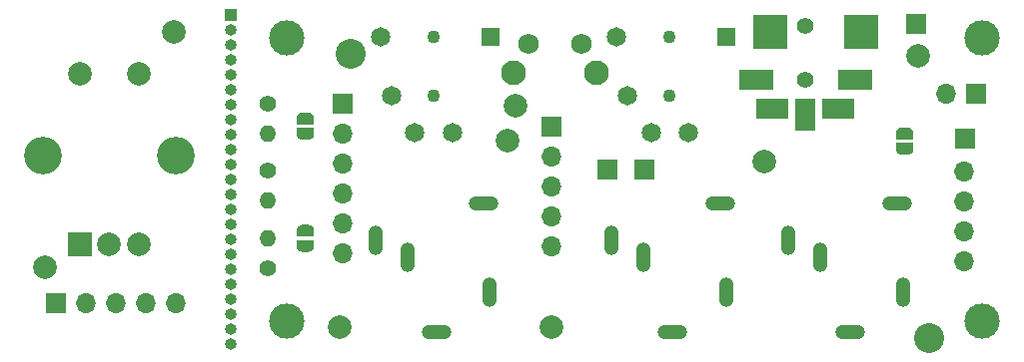
<source format=gts>
G04 #@! TF.GenerationSoftware,KiCad,Pcbnew,(5.1.0-0)*
G04 #@! TF.CreationDate,2019-04-18T20:26:35-04:00*
G04 #@! TF.ProjectId,ubitx_panel,75626974-785f-4706-916e-656c2e6b6963,0.1*
G04 #@! TF.SameCoordinates,Original*
G04 #@! TF.FileFunction,Soldermask,Top*
G04 #@! TF.FilePolarity,Negative*
%FSLAX46Y46*%
G04 Gerber Fmt 4.6, Leading zero omitted, Abs format (unit mm)*
G04 Created by KiCad (PCBNEW (5.1.0-0)) date 2019-04-18 20:26:35*
%MOMM*%
%LPD*%
G04 APERTURE LIST*
%ADD10C,0.500000*%
%ADD11C,0.150000*%
%ADD12O,1.400000X1.400000*%
%ADD13C,1.400000*%
%ADD14R,1.700000X1.700000*%
%ADD15O,1.700000X1.700000*%
%ADD16C,2.540000*%
%ADD17C,3.000000*%
%ADD18R,1.650000X1.650000*%
%ADD19C,1.650000*%
%ADD20C,1.100000*%
%ADD21O,2.516000X1.258000*%
%ADD22O,1.258000X2.516000*%
%ADD23C,2.000000*%
%ADD24C,3.200000*%
%ADD25R,2.000000X2.000000*%
%ADD26R,1.000000X1.000000*%
%ADD27O,1.000000X1.000000*%
%ADD28C,1.998980*%
%ADD29R,3.000000X3.000000*%
%ADD30R,3.000000X1.800000*%
%ADD31R,1.800000X2.800000*%
%ADD32R,2.800000X1.800000*%
%ADD33C,2.100000*%
%ADD34C,1.750000*%
G04 APERTURE END LIST*
D10*
X164901880Y-91894420D03*
D11*
G36*
X165651880Y-91394420D02*
G01*
X165651880Y-91894420D01*
X165651278Y-91894420D01*
X165651278Y-91918954D01*
X165646468Y-91967785D01*
X165636896Y-92015910D01*
X165622652Y-92062865D01*
X165603875Y-92108198D01*
X165580744Y-92151471D01*
X165553484Y-92192270D01*
X165522356Y-92230199D01*
X165487659Y-92264896D01*
X165449730Y-92296024D01*
X165408931Y-92323284D01*
X165365658Y-92346415D01*
X165320325Y-92365192D01*
X165273370Y-92379436D01*
X165225245Y-92389008D01*
X165176414Y-92393818D01*
X165151880Y-92393818D01*
X165151880Y-92394420D01*
X164651880Y-92394420D01*
X164651880Y-92393818D01*
X164627346Y-92393818D01*
X164578515Y-92389008D01*
X164530390Y-92379436D01*
X164483435Y-92365192D01*
X164438102Y-92346415D01*
X164394829Y-92323284D01*
X164354030Y-92296024D01*
X164316101Y-92264896D01*
X164281404Y-92230199D01*
X164250276Y-92192270D01*
X164223016Y-92151471D01*
X164199885Y-92108198D01*
X164181108Y-92062865D01*
X164166864Y-92015910D01*
X164157292Y-91967785D01*
X164152482Y-91918954D01*
X164152482Y-91894420D01*
X164151880Y-91894420D01*
X164151880Y-91394420D01*
X165651880Y-91394420D01*
X165651880Y-91394420D01*
G37*
D10*
X164901880Y-90594420D03*
D11*
G36*
X164152482Y-90594420D02*
G01*
X164152482Y-90569886D01*
X164157292Y-90521055D01*
X164166864Y-90472930D01*
X164181108Y-90425975D01*
X164199885Y-90380642D01*
X164223016Y-90337369D01*
X164250276Y-90296570D01*
X164281404Y-90258641D01*
X164316101Y-90223944D01*
X164354030Y-90192816D01*
X164394829Y-90165556D01*
X164438102Y-90142425D01*
X164483435Y-90123648D01*
X164530390Y-90109404D01*
X164578515Y-90099832D01*
X164627346Y-90095022D01*
X164651880Y-90095022D01*
X164651880Y-90094420D01*
X165151880Y-90094420D01*
X165151880Y-90095022D01*
X165176414Y-90095022D01*
X165225245Y-90099832D01*
X165273370Y-90109404D01*
X165320325Y-90123648D01*
X165365658Y-90142425D01*
X165408931Y-90165556D01*
X165449730Y-90192816D01*
X165487659Y-90223944D01*
X165522356Y-90258641D01*
X165553484Y-90296570D01*
X165580744Y-90337369D01*
X165603875Y-90380642D01*
X165622652Y-90425975D01*
X165636896Y-90472930D01*
X165646468Y-90521055D01*
X165651278Y-90569886D01*
X165651278Y-90594420D01*
X165651880Y-90594420D01*
X165651880Y-91094420D01*
X164151880Y-91094420D01*
X164151880Y-90594420D01*
X164152482Y-90594420D01*
X164152482Y-90594420D01*
G37*
D12*
X110926880Y-90609420D03*
D13*
X110926880Y-88069420D03*
D12*
X110926880Y-96324420D03*
D13*
X110926880Y-93784420D03*
D12*
X110926880Y-99499420D03*
D13*
X110926880Y-102039420D03*
D10*
X114101880Y-89324420D03*
D11*
G36*
X113352482Y-89324420D02*
G01*
X113352482Y-89299886D01*
X113357292Y-89251055D01*
X113366864Y-89202930D01*
X113381108Y-89155975D01*
X113399885Y-89110642D01*
X113423016Y-89067369D01*
X113450276Y-89026570D01*
X113481404Y-88988641D01*
X113516101Y-88953944D01*
X113554030Y-88922816D01*
X113594829Y-88895556D01*
X113638102Y-88872425D01*
X113683435Y-88853648D01*
X113730390Y-88839404D01*
X113778515Y-88829832D01*
X113827346Y-88825022D01*
X113851880Y-88825022D01*
X113851880Y-88824420D01*
X114351880Y-88824420D01*
X114351880Y-88825022D01*
X114376414Y-88825022D01*
X114425245Y-88829832D01*
X114473370Y-88839404D01*
X114520325Y-88853648D01*
X114565658Y-88872425D01*
X114608931Y-88895556D01*
X114649730Y-88922816D01*
X114687659Y-88953944D01*
X114722356Y-88988641D01*
X114753484Y-89026570D01*
X114780744Y-89067369D01*
X114803875Y-89110642D01*
X114822652Y-89155975D01*
X114836896Y-89202930D01*
X114846468Y-89251055D01*
X114851278Y-89299886D01*
X114851278Y-89324420D01*
X114851880Y-89324420D01*
X114851880Y-89824420D01*
X113351880Y-89824420D01*
X113351880Y-89324420D01*
X113352482Y-89324420D01*
X113352482Y-89324420D01*
G37*
D10*
X114101880Y-90624420D03*
D11*
G36*
X114851880Y-90124420D02*
G01*
X114851880Y-90624420D01*
X114851278Y-90624420D01*
X114851278Y-90648954D01*
X114846468Y-90697785D01*
X114836896Y-90745910D01*
X114822652Y-90792865D01*
X114803875Y-90838198D01*
X114780744Y-90881471D01*
X114753484Y-90922270D01*
X114722356Y-90960199D01*
X114687659Y-90994896D01*
X114649730Y-91026024D01*
X114608931Y-91053284D01*
X114565658Y-91076415D01*
X114520325Y-91095192D01*
X114473370Y-91109436D01*
X114425245Y-91119008D01*
X114376414Y-91123818D01*
X114351880Y-91123818D01*
X114351880Y-91124420D01*
X113851880Y-91124420D01*
X113851880Y-91123818D01*
X113827346Y-91123818D01*
X113778515Y-91119008D01*
X113730390Y-91109436D01*
X113683435Y-91095192D01*
X113638102Y-91076415D01*
X113594829Y-91053284D01*
X113554030Y-91026024D01*
X113516101Y-90994896D01*
X113481404Y-90960199D01*
X113450276Y-90922270D01*
X113423016Y-90881471D01*
X113399885Y-90838198D01*
X113381108Y-90792865D01*
X113366864Y-90745910D01*
X113357292Y-90697785D01*
X113352482Y-90648954D01*
X113352482Y-90624420D01*
X113351880Y-90624420D01*
X113351880Y-90124420D01*
X114851880Y-90124420D01*
X114851880Y-90124420D01*
G37*
D10*
X114101880Y-98849420D03*
D11*
G36*
X113351880Y-99349420D02*
G01*
X113351880Y-98849420D01*
X113352482Y-98849420D01*
X113352482Y-98824886D01*
X113357292Y-98776055D01*
X113366864Y-98727930D01*
X113381108Y-98680975D01*
X113399885Y-98635642D01*
X113423016Y-98592369D01*
X113450276Y-98551570D01*
X113481404Y-98513641D01*
X113516101Y-98478944D01*
X113554030Y-98447816D01*
X113594829Y-98420556D01*
X113638102Y-98397425D01*
X113683435Y-98378648D01*
X113730390Y-98364404D01*
X113778515Y-98354832D01*
X113827346Y-98350022D01*
X113851880Y-98350022D01*
X113851880Y-98349420D01*
X114351880Y-98349420D01*
X114351880Y-98350022D01*
X114376414Y-98350022D01*
X114425245Y-98354832D01*
X114473370Y-98364404D01*
X114520325Y-98378648D01*
X114565658Y-98397425D01*
X114608931Y-98420556D01*
X114649730Y-98447816D01*
X114687659Y-98478944D01*
X114722356Y-98513641D01*
X114753484Y-98551570D01*
X114780744Y-98592369D01*
X114803875Y-98635642D01*
X114822652Y-98680975D01*
X114836896Y-98727930D01*
X114846468Y-98776055D01*
X114851278Y-98824886D01*
X114851278Y-98849420D01*
X114851880Y-98849420D01*
X114851880Y-99349420D01*
X113351880Y-99349420D01*
X113351880Y-99349420D01*
G37*
D10*
X114101880Y-100149420D03*
D11*
G36*
X114851278Y-100149420D02*
G01*
X114851278Y-100173954D01*
X114846468Y-100222785D01*
X114836896Y-100270910D01*
X114822652Y-100317865D01*
X114803875Y-100363198D01*
X114780744Y-100406471D01*
X114753484Y-100447270D01*
X114722356Y-100485199D01*
X114687659Y-100519896D01*
X114649730Y-100551024D01*
X114608931Y-100578284D01*
X114565658Y-100601415D01*
X114520325Y-100620192D01*
X114473370Y-100634436D01*
X114425245Y-100644008D01*
X114376414Y-100648818D01*
X114351880Y-100648818D01*
X114351880Y-100649420D01*
X113851880Y-100649420D01*
X113851880Y-100648818D01*
X113827346Y-100648818D01*
X113778515Y-100644008D01*
X113730390Y-100634436D01*
X113683435Y-100620192D01*
X113638102Y-100601415D01*
X113594829Y-100578284D01*
X113554030Y-100551024D01*
X113516101Y-100519896D01*
X113481404Y-100485199D01*
X113450276Y-100447270D01*
X113423016Y-100406471D01*
X113399885Y-100363198D01*
X113381108Y-100317865D01*
X113366864Y-100270910D01*
X113357292Y-100222785D01*
X113352482Y-100173954D01*
X113352482Y-100149420D01*
X113351880Y-100149420D01*
X113351880Y-99649420D01*
X114851880Y-99649420D01*
X114851880Y-100149420D01*
X114851278Y-100149420D01*
X114851278Y-100149420D01*
G37*
D14*
X135000000Y-90000000D03*
D15*
X135000000Y-92540000D03*
X135000000Y-95080000D03*
X135000000Y-97620000D03*
X135000000Y-100160000D03*
D16*
X117948120Y-83810580D03*
X167000000Y-108000000D03*
D17*
X112500000Y-106500000D03*
X112500000Y-82500000D03*
X171500000Y-82500000D03*
X171500000Y-106500000D03*
D18*
X149800000Y-82400000D03*
D19*
X141400000Y-87400000D03*
X146600000Y-90500000D03*
X140500000Y-82400000D03*
D20*
X145000000Y-82400000D03*
X145000000Y-87400000D03*
D19*
X143400000Y-90500000D03*
D14*
X170000000Y-91000000D03*
D15*
X169911880Y-93799420D03*
X169911880Y-96339420D03*
X169911880Y-98879420D03*
X169911880Y-101419420D03*
D21*
X145250000Y-107500000D03*
D22*
X140050000Y-99700000D03*
X142750000Y-101100000D03*
D21*
X149250000Y-96500000D03*
D22*
X149750000Y-104100000D03*
D21*
X160250000Y-107500000D03*
D22*
X155050000Y-99700000D03*
X157750000Y-101100000D03*
D21*
X164250000Y-96500000D03*
D22*
X164750000Y-104100000D03*
D14*
X93000000Y-105000000D03*
D15*
X95540000Y-105000000D03*
X98080000Y-105000000D03*
X100620000Y-105000000D03*
X103160000Y-105000000D03*
D23*
X100000000Y-85500000D03*
X95000000Y-85500000D03*
D24*
X103100000Y-92500000D03*
X91900000Y-92500000D03*
D23*
X100000000Y-100000000D03*
X97500000Y-100000000D03*
D25*
X95000000Y-100000000D03*
D18*
X129800000Y-82400000D03*
D19*
X121400000Y-87400000D03*
X126600000Y-90500000D03*
X120500000Y-82400000D03*
D20*
X125000000Y-82400000D03*
X125000000Y-87400000D03*
D19*
X123400000Y-90500000D03*
D21*
X125250000Y-107500000D03*
D22*
X120050000Y-99700000D03*
X122750000Y-101100000D03*
D21*
X129250000Y-96500000D03*
D22*
X129750000Y-104100000D03*
D26*
X107750000Y-80500000D03*
D27*
X107750000Y-81770000D03*
X107750000Y-83040000D03*
X107750000Y-84310000D03*
X107750000Y-85580000D03*
X107750000Y-86850000D03*
X107750000Y-88120000D03*
X107750000Y-89390000D03*
X107750000Y-90660000D03*
X107750000Y-91930000D03*
X107750000Y-93200000D03*
X107750000Y-94470000D03*
X107750000Y-95740000D03*
X107750000Y-97010000D03*
X107750000Y-98280000D03*
X107750000Y-99550000D03*
X107750000Y-100820000D03*
X107750000Y-102090000D03*
X107750000Y-103360000D03*
X107750000Y-104630000D03*
X107750000Y-105900000D03*
X107750000Y-107170000D03*
X107750000Y-108440000D03*
D28*
X135000000Y-107000000D03*
X131911880Y-88259420D03*
X166000000Y-84000000D03*
X153000000Y-93000000D03*
X103000000Y-82000000D03*
X117000000Y-107000000D03*
D13*
X156500000Y-81509420D03*
X156500000Y-86009420D03*
D29*
X153500000Y-82009420D03*
X161200000Y-82009420D03*
D30*
X152300000Y-86009420D03*
X160700000Y-86009420D03*
D31*
X156500000Y-89009420D03*
D32*
X159300000Y-88509420D03*
X153700000Y-88509420D03*
D28*
X92000000Y-102000000D03*
D14*
X117276880Y-88069420D03*
D15*
X117276880Y-90609420D03*
X117276880Y-93149420D03*
X117276880Y-95689420D03*
X117276880Y-98229420D03*
X117276880Y-100769420D03*
D14*
X170911880Y-87259420D03*
D15*
X168371880Y-87259420D03*
D14*
X142875000Y-93657420D03*
X139700000Y-93657420D03*
X165911880Y-81259420D03*
D28*
X131246880Y-91244420D03*
D33*
X138760000Y-85490000D03*
D34*
X137500000Y-83000000D03*
X133000000Y-83000000D03*
D33*
X131750000Y-85490000D03*
M02*

</source>
